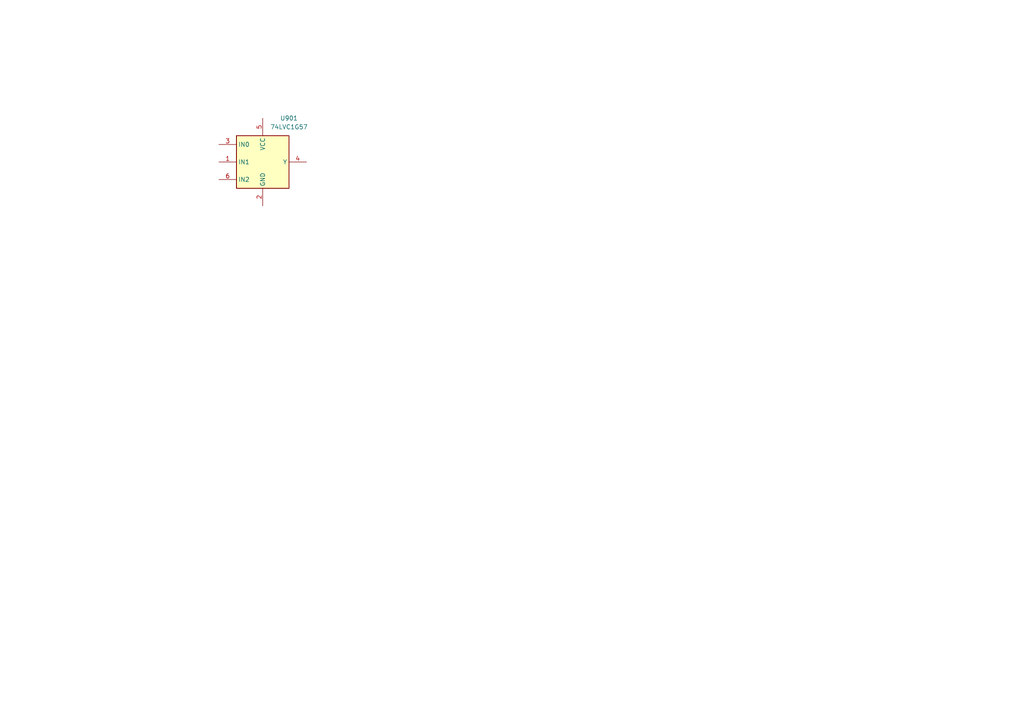
<source format=kicad_sch>
(kicad_sch (version 20230121) (generator eeschema)
  (paper "A4")
  (lib_symbols
    (symbol "74xGxx:74LVC1G57"
      (property "Reference" "U" (at -5.08 10.16 0))
      (property "Value" "74LVC1G57" (at 7.62 -10.16 0))
      (symbol "74LVC1G57_0_1"
        (rectangle (start -7.62 7.62) (end 7.62 -7.62) (stroke (width 0.254)) (fill (type background)))
      )
      (symbol "74LVC1G57_1_1"
        (pin input line (at -12.7 0 0) (length 5.08) (name "IN1") (number "1"))
        (pin power_in line (at 0 -12.7 90) (length 5.08) (name "GND") (number "2"))
        (pin input line (at -12.7 5.08 0) (length 5.08) (name "IN0") (number "3"))
        (pin output line (at 12.7 0 180) (length 5.08) (name "Y") (number "4"))
        (pin power_in line (at 0 12.7 270) (length 5.08) (name "VCC") (number "5"))
        (pin input line (at -12.7 -5.08 0) (length 5.08) (name "IN2") (number "6"))
      )
    )
  )
  (symbol (lib_id "74xGxx:74LVC1G57") (at 76.2 46.99 0) (unit 1)
    (property "Reference" "U901" (at 83.82 34.29 0))
    (property "Value" "74LVC1G57" (at 83.82 36.83 0))
    (property "Datasheet" "http://www.ti.com/lit/sg/scyt129e/scyt129e.pdf" (effects hide))
  )
)
</source>
